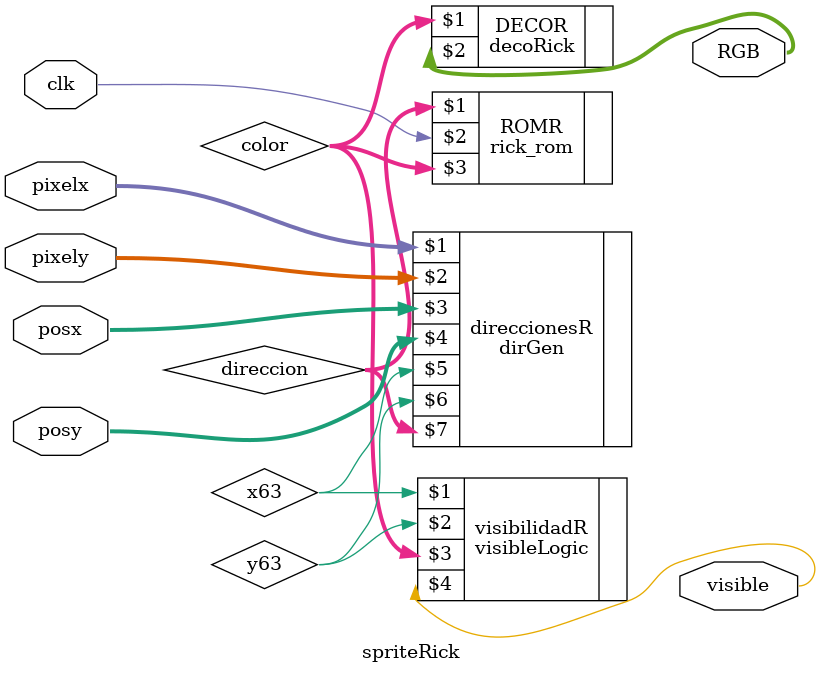
<source format=sv>
module spriteRick(input clk, input [9:0] posx, posy, pixelx, pixely, output [23:0] RGB, output visible);

    //ROM
    logic [0:11] direccion;
    logic [2:0] color;
    rick_rom ROMR (direccion, clk, color);	
    //DECO
    decoRick DECOR (color, RGB);
    logic x63, y63;
    //GENERACION DE DIRECCION
    dirGen direccionesR (pixelx, pixely, posx, posy, x63, y63, direccion);	
    //VISIBLE LOGIC			
    visibleLogic visibilidadR (x63, y63,color, visible);

endmodule 
</source>
